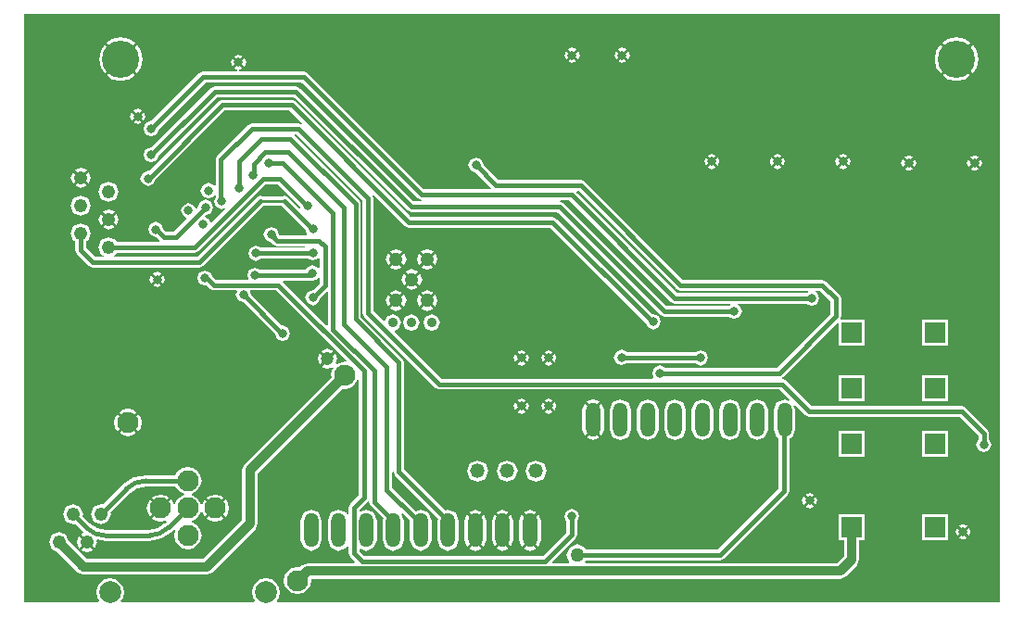
<source format=gbl>
G04*
G04 #@! TF.GenerationSoftware,Altium Limited,Altium Designer,19.0.10 (269)*
G04*
G04 Layer_Physical_Order=2*
G04 Layer_Color=16711680*
%FSLAX25Y25*%
%MOIN*%
G70*
G01*
G75*
%ADD14C,0.01000*%
%ADD15C,0.03543*%
%ADD69C,0.01595*%
%ADD71C,0.01575*%
%ADD72C,0.03228*%
%ADD73C,0.01595*%
%ADD74C,0.04800*%
%ADD75R,0.07359X0.07359*%
%ADD76R,0.07359X0.07359*%
%ADD77C,0.07874*%
%ADD78C,0.07677*%
%ADD79O,0.05197X0.12284*%
%ADD80C,0.03150*%
%ADD81C,0.04724*%
%ADD82C,0.05000*%
%ADD83C,0.05197*%
%ADD84C,0.13386*%
%ADD85C,0.07598*%
%ADD86C,0.03543*%
%ADD87C,0.03200*%
G36*
X448622Y102531D02*
X448161Y102438D01*
X188659D01*
X188392Y102938D01*
X189151Y104074D01*
X189534Y106000D01*
X189151Y107926D01*
X188059Y109559D01*
X186426Y110651D01*
X184500Y111034D01*
X182574Y110651D01*
X180941Y109559D01*
X179850Y107926D01*
X179466Y106000D01*
X179850Y104074D01*
X180608Y102938D01*
X180341Y102438D01*
X132557D01*
X132290Y102938D01*
X133049Y104074D01*
X133432Y106000D01*
X133049Y107926D01*
X131957Y109559D01*
X130324Y110651D01*
X128398Y111034D01*
X126472Y110651D01*
X124839Y109559D01*
X123748Y107926D01*
X123364Y106000D01*
X123748Y104074D01*
X124506Y102938D01*
X124239Y102438D01*
X97638D01*
Y313976D01*
X97638Y313976D01*
X448622D01*
Y102531D01*
D02*
G37*
%LPC*%
G36*
X312598Y301999D02*
X311128Y301390D01*
X312598Y299920D01*
X314069Y301390D01*
X312598Y301999D01*
D02*
G37*
G36*
X294685D02*
X293214Y301390D01*
X294685Y299920D01*
X296156Y301390D01*
X294685Y301999D01*
D02*
G37*
G36*
X432874Y305678D02*
X429872Y305081D01*
X427752Y303664D01*
X432874Y298542D01*
X437996Y303664D01*
X435876Y305081D01*
X432874Y305678D01*
D02*
G37*
G36*
X132283D02*
X129282Y305081D01*
X127161Y303664D01*
X132283Y298542D01*
X137406Y303664D01*
X135285Y305081D01*
X132283Y305678D01*
D02*
G37*
G36*
X314776Y300683D02*
X313305Y299213D01*
X314776Y297742D01*
X315385Y299213D01*
X314776Y300683D01*
D02*
G37*
G36*
X296863D02*
X295392Y299213D01*
X296863Y297742D01*
X297472Y299213D01*
X296863Y300683D01*
D02*
G37*
G36*
X310421D02*
X309811Y299213D01*
X310421Y297742D01*
X311891Y299213D01*
X310421Y300683D01*
D02*
G37*
G36*
X292507D02*
X291898Y299213D01*
X292507Y297742D01*
X293978Y299213D01*
X292507Y300683D01*
D02*
G37*
G36*
X174606Y299441D02*
X173136Y298831D01*
X174606Y297361D01*
X176077Y298831D01*
X174606Y299441D01*
D02*
G37*
G36*
X312598Y298505D02*
X311128Y297035D01*
X312598Y296426D01*
X314069Y297035D01*
X312598Y298505D01*
D02*
G37*
G36*
X294685D02*
X293214Y297035D01*
X294685Y296426D01*
X296156Y297035D01*
X294685Y298505D01*
D02*
G37*
G36*
X176784Y298124D02*
X175313Y296654D01*
X176784Y295183D01*
X177393Y296654D01*
X176784Y298124D01*
D02*
G37*
G36*
X172429D02*
X171819Y296654D01*
X172429Y295183D01*
X173899Y296654D01*
X172429Y298124D01*
D02*
G37*
G36*
X438703Y302957D02*
X433581Y297835D01*
X438703Y292712D01*
X440121Y294833D01*
X440718Y297835D01*
X440121Y300836D01*
X438703Y302957D01*
D02*
G37*
G36*
X138113D02*
X132991Y297835D01*
X138113Y292712D01*
X139530Y294833D01*
X140127Y297835D01*
X139530Y300836D01*
X138113Y302957D01*
D02*
G37*
G36*
X427044Y302957D02*
X425628Y300836D01*
X425030Y297835D01*
X425628Y294833D01*
X427044Y292712D01*
X432167Y297835D01*
X427044Y302957D01*
D02*
G37*
G36*
X126454D02*
X125037Y300836D01*
X124440Y297835D01*
X125037Y294833D01*
X126454Y292712D01*
X131576Y297835D01*
X126454Y302957D01*
D02*
G37*
G36*
X432874Y297128D02*
X427752Y292005D01*
X429872Y290588D01*
X432874Y289991D01*
X435876Y290588D01*
X437996Y292005D01*
X432874Y297128D01*
D02*
G37*
G36*
X132283D02*
X127161Y292005D01*
X129282Y290588D01*
X132283Y289991D01*
X135285Y290588D01*
X137406Y292005D01*
X132283Y297128D01*
D02*
G37*
G36*
X138386Y279952D02*
X136915Y279343D01*
X138386Y277872D01*
X139857Y279343D01*
X138386Y279952D01*
D02*
G37*
G36*
X140564Y278636D02*
X139093Y277165D01*
X140564Y275695D01*
X141173Y277165D01*
X140564Y278636D01*
D02*
G37*
G36*
X136208D02*
X135599Y277165D01*
X136208Y275695D01*
X137679Y277165D01*
X136208Y278636D01*
D02*
G37*
G36*
X138386Y276458D02*
X136915Y274988D01*
X138386Y274378D01*
X139857Y274988D01*
X138386Y276458D01*
D02*
G37*
G36*
X392126Y263811D02*
X390655Y263201D01*
X392126Y261731D01*
X393597Y263201D01*
X392126Y263811D01*
D02*
G37*
G36*
X368504D02*
X367033Y263201D01*
X368504Y261731D01*
X369975Y263201D01*
X368504Y263811D01*
D02*
G37*
G36*
X344882D02*
X343411Y263201D01*
X344882Y261731D01*
X346353Y263201D01*
X344882Y263811D01*
D02*
G37*
G36*
X439370Y263220D02*
X437899Y262611D01*
X439370Y261140D01*
X440841Y262611D01*
X439370Y263220D01*
D02*
G37*
G36*
X415748Y263220D02*
X414277Y262611D01*
X415748Y261140D01*
X417219Y262611D01*
X415748Y263220D01*
D02*
G37*
G36*
X394304Y262494D02*
X392833Y261024D01*
X394304Y259553D01*
X394913Y261024D01*
X394304Y262494D01*
D02*
G37*
G36*
X370682D02*
X369211Y261024D01*
X370682Y259553D01*
X371291Y261024D01*
X370682Y262494D01*
D02*
G37*
G36*
X347060D02*
X345589Y261024D01*
X347060Y259553D01*
X347669Y261024D01*
X347060Y262494D01*
D02*
G37*
G36*
X389948D02*
X389339Y261024D01*
X389948Y259553D01*
X391419Y261024D01*
X389948Y262494D01*
D02*
G37*
G36*
X366326D02*
X365717Y261024D01*
X366326Y259553D01*
X367797Y261024D01*
X366326Y262494D01*
D02*
G37*
G36*
X342704D02*
X342095Y261024D01*
X342704Y259553D01*
X344175Y261024D01*
X342704Y262494D01*
D02*
G37*
G36*
X441548Y261904D02*
X440077Y260433D01*
X441548Y258962D01*
X442157Y260433D01*
X441548Y261904D01*
D02*
G37*
G36*
X437192D02*
X436583Y260433D01*
X437192Y258962D01*
X438663Y260433D01*
X437192Y261904D01*
D02*
G37*
G36*
X417926Y261904D02*
X416455Y260433D01*
X417926Y258962D01*
X418535Y260433D01*
X417926Y261904D01*
D02*
G37*
G36*
X413570D02*
X412961Y260433D01*
X413570Y258962D01*
X415041Y260433D01*
X413570Y261904D01*
D02*
G37*
G36*
X392126Y260316D02*
X390655Y258846D01*
X392126Y258237D01*
X393597Y258846D01*
X392126Y260316D01*
D02*
G37*
G36*
X368504D02*
X367033Y258846D01*
X368504Y258237D01*
X369975Y258846D01*
X368504Y260316D01*
D02*
G37*
G36*
X344882D02*
X343411Y258846D01*
X344882Y258237D01*
X346353Y258846D01*
X344882Y260316D01*
D02*
G37*
G36*
X439370Y259726D02*
X437899Y258255D01*
X439370Y257646D01*
X440841Y258255D01*
X439370Y259726D01*
D02*
G37*
G36*
X415748Y259726D02*
X414277Y258255D01*
X415748Y257646D01*
X417219Y258255D01*
X415748Y259726D01*
D02*
G37*
G36*
X117953Y258838D02*
X115850Y257967D01*
X117953Y255865D01*
X120055Y257967D01*
X117953Y258838D01*
D02*
G37*
G36*
X115143Y257260D02*
X114273Y255157D01*
X115143Y253055D01*
X117246Y255157D01*
X115143Y257260D01*
D02*
G37*
G36*
X120762D02*
X118660Y255157D01*
X120762Y253055D01*
X121633Y255157D01*
X120762Y257260D01*
D02*
G37*
G36*
X117953Y254450D02*
X115850Y252348D01*
X117953Y251477D01*
X120055Y252348D01*
X117953Y254450D01*
D02*
G37*
G36*
X174606Y295946D02*
X173136Y294476D01*
X174331Y293981D01*
X174231Y293481D01*
X162008D01*
X160632Y292911D01*
X143332Y275611D01*
X143307Y275622D01*
X141336Y274805D01*
X140520Y272835D01*
X141336Y270864D01*
X143307Y270048D01*
X145278Y270864D01*
X146094Y272835D01*
X146083Y272860D01*
X162814Y289590D01*
X197226D01*
X239176Y247640D01*
X240406Y247130D01*
X240307Y246630D01*
X237617D01*
X196672Y287576D01*
X195296Y288145D01*
X166121D01*
X164746Y287576D01*
X143332Y266162D01*
X143307Y266173D01*
X141336Y265356D01*
X140520Y263386D01*
X141336Y261415D01*
X143307Y260599D01*
X145278Y261415D01*
X146094Y263386D01*
X146083Y263411D01*
X166927Y284255D01*
X194490D01*
X235436Y243309D01*
X236811Y242740D01*
X289352D01*
X326380Y205711D01*
X327756Y205141D01*
X350972D01*
X350982Y205116D01*
X352953Y204300D01*
X354923Y205116D01*
X355740Y207087D01*
X354923Y209057D01*
X354156Y209375D01*
X354253Y209866D01*
X378924D01*
X378935Y209840D01*
X380906Y209024D01*
X382876Y209840D01*
X383693Y211811D01*
X382876Y213782D01*
X382108Y214100D01*
X382206Y214590D01*
X383840D01*
X387622Y210808D01*
Y206121D01*
X368289Y186788D01*
X328162D01*
X328152Y186813D01*
X326181Y187629D01*
X324210Y186813D01*
X323394Y184843D01*
X324012Y183351D01*
X323678Y182851D01*
X247656D01*
X230745Y199762D01*
X230842Y200253D01*
X232239Y200831D01*
X233118Y202953D01*
X232239Y205074D01*
X230118Y205953D01*
X227997Y205074D01*
X227418Y203677D01*
X226928Y203579D01*
X223205Y207302D01*
Y247835D01*
X222850Y248692D01*
X223274Y248975D01*
X234451Y237798D01*
X235827Y237228D01*
X286793D01*
X321285Y202735D01*
X321848Y201376D01*
X323819Y200559D01*
X325790Y201376D01*
X326606Y203346D01*
X325790Y205317D01*
X323819Y206133D01*
X323515Y206008D01*
X288974Y240549D01*
X287598Y241119D01*
X236632D01*
X195076Y282675D01*
X193701Y283244D01*
X168898D01*
X167522Y282675D01*
X142430Y257582D01*
X142126Y257708D01*
X140155Y256892D01*
X139339Y254921D01*
X140155Y252951D01*
X142126Y252134D01*
X144097Y252951D01*
X144660Y254310D01*
X169703Y279354D01*
X192895D01*
X197400Y274849D01*
X197117Y274425D01*
X196260Y274780D01*
X179528D01*
X178152Y274210D01*
X166931Y262990D01*
X166362Y261614D01*
Y252283D01*
X165871Y252185D01*
X165750Y252478D01*
X163779Y253294D01*
X161809Y252478D01*
X160993Y250507D01*
X161809Y248536D01*
X163779Y247720D01*
X165750Y248536D01*
X165871Y248829D01*
X166362Y248731D01*
Y248210D01*
X165717Y246654D01*
X166533Y244683D01*
X168504Y243867D01*
X169604Y244322D01*
X169888Y243899D01*
X164964Y238975D01*
X164474Y239073D01*
X163920Y240409D01*
X162750Y240894D01*
X162607Y241422D01*
X162795Y241701D01*
X164766Y242517D01*
X165582Y244488D01*
X164766Y246459D01*
X162795Y247275D01*
X160825Y246459D01*
X160008Y244488D01*
X160023Y244452D01*
X159611Y244040D01*
X159120Y244137D01*
X158664Y245239D01*
X156693Y246056D01*
X154722Y245239D01*
X153906Y243269D01*
X154722Y241298D01*
X155825Y240842D01*
X155922Y240351D01*
X151364Y235793D01*
X148636D01*
X147533Y236896D01*
X146853Y238539D01*
X144882Y239355D01*
X142911Y238539D01*
X142095Y236568D01*
X142911Y234597D01*
X144882Y233781D01*
X145090Y233867D01*
X146354Y232603D01*
X146195Y232103D01*
X130827D01*
X130555Y232760D01*
X127953Y233838D01*
X125350Y232760D01*
X124273Y230157D01*
X125350Y227555D01*
X126065Y227259D01*
X125967Y226769D01*
X123029D01*
X119898Y229900D01*
Y232283D01*
X120555Y232555D01*
X121633Y235157D01*
X120555Y237760D01*
X117953Y238838D01*
X115350Y237760D01*
X114273Y235157D01*
X115350Y232555D01*
X116007Y232283D01*
Y229095D01*
X116577Y227719D01*
X120848Y223448D01*
X122224Y222878D01*
X160650D01*
X162026Y223448D01*
X183608Y245030D01*
X190014D01*
X198705Y236339D01*
X199289Y234928D01*
X198969Y234428D01*
X189655D01*
X189204Y234646D01*
X188388Y236616D01*
X186417Y237433D01*
X184447Y236616D01*
X183630Y234646D01*
X184447Y232675D01*
X186417Y231859D01*
X186443Y231869D01*
X187205Y231107D01*
X188580Y230537D01*
X198612D01*
X198878Y230037D01*
X198850Y229996D01*
X182700D01*
X180905Y230740D01*
X178935Y229923D01*
X178119Y227953D01*
X178935Y225982D01*
X180905Y225166D01*
X182876Y225982D01*
X182927Y226106D01*
X199584D01*
X201378Y225363D01*
X203263Y226144D01*
X203763Y225940D01*
Y222653D01*
X203273Y222556D01*
X203156Y222837D01*
X201186Y223653D01*
X199215Y222837D01*
X198879Y222024D01*
X182493D01*
X182483Y222049D01*
X180512Y222866D01*
X178541Y222049D01*
X177725Y220079D01*
X178219Y218886D01*
X177941Y218470D01*
X166517D01*
X165060Y219927D01*
X164589Y221065D01*
X162618Y221881D01*
X160647Y221065D01*
X159831Y219094D01*
X160647Y217124D01*
X162618Y216307D01*
X163035Y216480D01*
X164348Y215167D01*
X165716Y214601D01*
X173756D01*
X174034Y214185D01*
X173591Y213117D01*
X174407Y211146D01*
X176378Y210330D01*
X176403Y210340D01*
X187929Y198814D01*
X188581Y197242D01*
X190551Y196426D01*
X192522Y197242D01*
X193338Y199213D01*
X192522Y201183D01*
X190551Y201999D01*
X190335Y201910D01*
X179154Y213091D01*
X179165Y213117D01*
X178722Y214185D01*
X179000Y214601D01*
X188175D01*
X213475Y189301D01*
X213239Y188860D01*
X212795Y188948D01*
X210923Y188576D01*
X210061Y188000D01*
X209658Y188332D01*
X210332Y189961D01*
X209473Y192034D01*
X207047Y189607D01*
X204620Y187180D01*
X206693Y186321D01*
X208448Y187048D01*
X208765Y186662D01*
X208275Y185928D01*
X207902Y184055D01*
X208050Y183311D01*
X176739Y152001D01*
X175911Y150000D01*
Y131881D01*
X162017Y117987D01*
X120109D01*
X113531Y124565D01*
X112681Y126618D01*
X110079Y127696D01*
X107476Y126618D01*
X106399Y124016D01*
X107476Y121414D01*
X109530Y120563D01*
X116936Y113157D01*
X118937Y112328D01*
X163189D01*
X165190Y113157D01*
X180741Y128708D01*
X181570Y130709D01*
Y148828D01*
X212052Y179310D01*
X212795Y179162D01*
X214668Y179534D01*
X216255Y180595D01*
X217316Y182183D01*
X217447Y182842D01*
X217947Y182793D01*
Y140959D01*
X214794Y137806D01*
X214228Y136438D01*
Y133889D01*
X213737Y133791D01*
X213384Y134644D01*
X210630Y135785D01*
X207876Y134644D01*
X206735Y131890D01*
Y124803D01*
X207876Y122049D01*
X210630Y120908D01*
X213384Y122049D01*
X213737Y122902D01*
X214228Y122804D01*
Y120058D01*
X214794Y118690D01*
X216470Y117015D01*
X216278Y116553D01*
X199369D01*
X197379Y115728D01*
X196628Y114978D01*
X195866Y115129D01*
X193994Y114757D01*
X192406Y113696D01*
X191345Y112109D01*
X190973Y110236D01*
X191345Y108364D01*
X192406Y106776D01*
X193994Y105716D01*
X195866Y105343D01*
X197739Y105716D01*
X199326Y106776D01*
X200387Y108364D01*
X200759Y110236D01*
X200699Y110538D01*
X201017Y110924D01*
X391101D01*
X393091Y111749D01*
X397187Y115845D01*
X398011Y117835D01*
Y124651D01*
X399876D01*
Y134010D01*
X390517D01*
Y124651D01*
X392383D01*
Y119000D01*
X389935Y116553D01*
X299532D01*
X299236Y117053D01*
X299439Y117543D01*
X347835D01*
X347835Y117543D01*
X349210Y118113D01*
X372242Y141144D01*
X372812Y142520D01*
X372812Y142520D01*
Y161396D01*
X373817Y161813D01*
X374958Y164567D01*
Y171653D01*
X374311Y173215D01*
X374735Y173498D01*
X378546Y169687D01*
X379921Y169118D01*
X434037D01*
X440771Y162383D01*
Y161036D01*
X440746Y161026D01*
X439930Y159055D01*
X440746Y157085D01*
X442717Y156268D01*
X444687Y157085D01*
X445504Y159055D01*
X444687Y161026D01*
X444662Y161036D01*
Y163189D01*
X444092Y164565D01*
X436218Y172439D01*
X434842Y173008D01*
X380727D01*
X371454Y182281D01*
X370184Y182807D01*
X370118Y183192D01*
X370134Y183328D01*
X370470Y183467D01*
X390056Y203052D01*
X390517Y202861D01*
Y194651D01*
X399876D01*
Y204010D01*
X391422D01*
X391144Y204426D01*
X391512Y205315D01*
Y211614D01*
X390943Y212990D01*
X386021Y217911D01*
X384646Y218481D01*
X334467D01*
X299210Y253738D01*
X297835Y254308D01*
X268129D01*
X262816Y259620D01*
X262826Y259646D01*
X262010Y261616D01*
X260039Y262433D01*
X258069Y261616D01*
X257252Y259646D01*
X258069Y257675D01*
X260039Y256859D01*
X260065Y256869D01*
X265473Y251461D01*
X265266Y250961D01*
X241357D01*
X199407Y292911D01*
X198031Y293481D01*
X174981D01*
X174882Y293981D01*
X176077Y294476D01*
X174606Y295946D01*
D02*
G37*
G36*
X127953Y253838D02*
X125350Y252760D01*
X124273Y250157D01*
X125350Y247555D01*
X127953Y246477D01*
X130555Y247555D01*
X131633Y250157D01*
X130555Y252760D01*
X127953Y253838D01*
D02*
G37*
G36*
X117953Y248838D02*
X115350Y247760D01*
X114273Y245158D01*
X115350Y242555D01*
X117953Y241477D01*
X120555Y242555D01*
X121633Y245158D01*
X120555Y247760D01*
X117953Y248838D01*
D02*
G37*
G36*
X127953Y243838D02*
X125850Y242967D01*
X127953Y240865D01*
X130055Y242967D01*
X127953Y243838D01*
D02*
G37*
G36*
X125143Y242260D02*
X124273Y240158D01*
X125143Y238055D01*
X127246Y240158D01*
X125143Y242260D01*
D02*
G37*
G36*
X130762D02*
X128660Y240158D01*
X130762Y238055D01*
X131633Y240158D01*
X130762Y242260D01*
D02*
G37*
G36*
X127953Y239450D02*
X125850Y237348D01*
X127953Y236477D01*
X130055Y237348D01*
X127953Y239450D01*
D02*
G37*
G36*
X231299Y229576D02*
X229120Y228673D01*
X231299Y226495D01*
X233478Y228673D01*
X231299Y229576D01*
D02*
G37*
G36*
X242520D02*
X240341Y228673D01*
X242520Y226495D01*
X244699Y228673D01*
X242520Y229576D01*
D02*
G37*
G36*
X245406Y227966D02*
X243227Y225787D01*
X245406Y223609D01*
X246308Y225787D01*
X245406Y227966D01*
D02*
G37*
G36*
X234185D02*
X232006Y225787D01*
X234185Y223609D01*
X235088Y225787D01*
X234185Y227966D01*
D02*
G37*
G36*
X239634D02*
X238731Y225787D01*
X239634Y223609D01*
X241813Y225787D01*
X239634Y227966D01*
D02*
G37*
G36*
X228413D02*
X227511Y225787D01*
X228413Y223609D01*
X230592Y225787D01*
X228413Y227966D01*
D02*
G37*
G36*
X242520Y225080D02*
X240341Y222902D01*
X242520Y221999D01*
X244699Y222902D01*
X242520Y225080D01*
D02*
G37*
G36*
X231299D02*
X229120Y222902D01*
X231299Y221999D01*
X233478Y222902D01*
X231299Y225080D01*
D02*
G37*
G36*
X145472Y221291D02*
X144002Y220682D01*
X145472Y219211D01*
X146943Y220682D01*
X145472Y221291D01*
D02*
G37*
G36*
X237008Y222292D02*
X234829Y221390D01*
X237008Y219211D01*
X239187Y221390D01*
X237008Y222292D01*
D02*
G37*
G36*
X147650Y219975D02*
X146179Y218504D01*
X147650Y217033D01*
X148259Y218504D01*
X147650Y219975D01*
D02*
G37*
G36*
X143295D02*
X142685Y218504D01*
X143295Y217033D01*
X144765Y218504D01*
X143295Y219975D01*
D02*
G37*
G36*
X239894Y220683D02*
X237715Y218504D01*
X239894Y216325D01*
X240796Y218504D01*
X239894Y220683D01*
D02*
G37*
G36*
X234122D02*
X233220Y218504D01*
X234122Y216325D01*
X236301Y218504D01*
X234122Y220683D01*
D02*
G37*
G36*
X145472Y217797D02*
X144002Y216326D01*
X145472Y215717D01*
X146943Y216326D01*
X145472Y217797D01*
D02*
G37*
G36*
X237008D02*
X234829Y215618D01*
X237008Y214716D01*
X239187Y215618D01*
X237008Y217797D01*
D02*
G37*
G36*
X242520Y214812D02*
X240341Y213910D01*
X242520Y211731D01*
X244699Y213910D01*
X242520Y214812D01*
D02*
G37*
G36*
X231299D02*
X229120Y213910D01*
X231299Y211731D01*
X233478Y213910D01*
X231299Y214812D01*
D02*
G37*
G36*
X245406Y213202D02*
X243227Y211024D01*
X245406Y208845D01*
X246308Y211024D01*
X245406Y213202D01*
D02*
G37*
G36*
X234185D02*
X232006Y211024D01*
X234185Y208845D01*
X235088Y211024D01*
X234185Y213202D01*
D02*
G37*
G36*
X239634D02*
X238731Y211024D01*
X239634Y208845D01*
X241813Y211024D01*
X239634Y213202D01*
D02*
G37*
G36*
X228413D02*
X227511Y211024D01*
X228413Y208845D01*
X230592Y211024D01*
X228413Y213202D01*
D02*
G37*
G36*
X242520Y210316D02*
X240341Y208138D01*
X242520Y207235D01*
X244699Y208138D01*
X242520Y210316D01*
D02*
G37*
G36*
X231299D02*
X229120Y208138D01*
X231299Y207235D01*
X233478Y208138D01*
X231299Y210316D01*
D02*
G37*
G36*
X244094Y205953D02*
X241973Y205074D01*
X241094Y202953D01*
X241973Y200831D01*
X244094Y199953D01*
X246216Y200831D01*
X247094Y202953D01*
X246216Y205074D01*
X244094Y205953D01*
D02*
G37*
G36*
X236771D02*
X234650Y205074D01*
X233771Y202953D01*
X234650Y200831D01*
X236771Y199953D01*
X238893Y200831D01*
X239772Y202953D01*
X238893Y205074D01*
X236771Y205953D01*
D02*
G37*
G36*
X429876Y204010D02*
X420517D01*
Y194651D01*
X429876D01*
Y204010D01*
D02*
G37*
G36*
X286221Y193141D02*
X284750Y192532D01*
X286221Y191061D01*
X287691Y192532D01*
X286221Y193141D01*
D02*
G37*
G36*
X276378D02*
X274907Y192532D01*
X276378Y191061D01*
X277849Y192532D01*
X276378Y193141D01*
D02*
G37*
G36*
X206693Y193600D02*
X204620Y192741D01*
X206693Y190668D01*
X208766Y192741D01*
X206693Y193600D01*
D02*
G37*
G36*
X288398Y191825D02*
X286928Y190354D01*
X288398Y188884D01*
X289007Y190354D01*
X288398Y191825D01*
D02*
G37*
G36*
X278556D02*
X277085Y190354D01*
X278556Y188884D01*
X279165Y190354D01*
X278556Y191825D01*
D02*
G37*
G36*
X284043D02*
X283434Y190354D01*
X284043Y188884D01*
X285513Y190354D01*
X284043Y191825D01*
D02*
G37*
G36*
X274200D02*
X273591Y190354D01*
X274200Y188884D01*
X275671Y190354D01*
X274200Y191825D01*
D02*
G37*
G36*
X203912Y192034D02*
X203054Y189961D01*
X203912Y187887D01*
X205986Y189961D01*
X203912Y192034D01*
D02*
G37*
G36*
X312402Y193338D02*
X310431Y192522D01*
X309615Y190551D01*
X310431Y188581D01*
X312402Y187764D01*
X314196Y188507D01*
X338726D01*
X338777Y188384D01*
X340748Y187567D01*
X342719Y188384D01*
X343535Y190354D01*
X342719Y192325D01*
X340748Y193141D01*
X338954Y192398D01*
X314423D01*
X314372Y192522D01*
X312402Y193338D01*
D02*
G37*
G36*
X286221Y189647D02*
X284750Y188177D01*
X286221Y187567D01*
X287691Y188177D01*
X286221Y189647D01*
D02*
G37*
G36*
X276378D02*
X274907Y188177D01*
X276378Y187567D01*
X277849Y188177D01*
X276378Y189647D01*
D02*
G37*
G36*
X429876Y184010D02*
X420517D01*
Y174651D01*
X429876D01*
Y184010D01*
D02*
G37*
G36*
X399876D02*
X390517D01*
Y174651D01*
X399876D01*
Y184010D01*
D02*
G37*
G36*
X134843Y172019D02*
X132970Y171647D01*
X131806Y170869D01*
X134843Y167833D01*
X137879Y170869D01*
X136715Y171647D01*
X134843Y172019D01*
D02*
G37*
G36*
X138586Y170162D02*
X135550Y167126D01*
X138586Y164090D01*
X139363Y165253D01*
X139736Y167126D01*
X139363Y168999D01*
X138586Y170162D01*
D02*
G37*
G36*
X131099Y170162D02*
X130322Y168999D01*
X129949Y167126D01*
X130322Y165253D01*
X131099Y164090D01*
X134135Y167126D01*
X131099Y170162D01*
D02*
G37*
G36*
X134843Y166419D02*
X131806Y163383D01*
X132970Y162605D01*
X134843Y162233D01*
X136715Y162605D01*
X137879Y163383D01*
X134843Y166419D01*
D02*
G37*
G36*
X429876Y164010D02*
X420517D01*
Y154651D01*
X429876D01*
Y164010D01*
D02*
G37*
G36*
X399876D02*
X390517D01*
Y154651D01*
X399876D01*
Y164010D01*
D02*
G37*
G36*
X156449Y151091D02*
X154561Y150716D01*
X152961Y149646D01*
X151930Y148103D01*
X141363D01*
Y148186D01*
X136760Y147271D01*
X132858Y144663D01*
X132916Y144605D01*
X125736Y137424D01*
X125079Y137696D01*
X122476Y136618D01*
X121399Y134016D01*
X122476Y131413D01*
X125079Y130336D01*
X127681Y131413D01*
X128759Y134016D01*
X128487Y134673D01*
X135668Y141853D01*
X135733Y141788D01*
X138316Y143514D01*
X141363Y144120D01*
Y144213D01*
X151930D01*
X152961Y142670D01*
X154561Y141600D01*
X155133Y141487D01*
Y140987D01*
X154561Y140873D01*
X152961Y139803D01*
X151891Y138203D01*
X151778Y137631D01*
X151277D01*
X151164Y138203D01*
X150378Y139380D01*
X146959Y135961D01*
X143542Y132543D01*
X144718Y131757D01*
X146606Y131382D01*
X148418Y131742D01*
X148594Y131562D01*
X148713Y131330D01*
X148065Y130682D01*
X148000Y130748D01*
X145417Y129022D01*
X142370Y128416D01*
Y128323D01*
X126859D01*
Y128416D01*
X123812Y129022D01*
X121229Y130748D01*
X121163Y130682D01*
X118487Y133359D01*
X118759Y134016D01*
X117681Y136618D01*
X115079Y137696D01*
X112477Y136618D01*
X111399Y134016D01*
X112477Y131413D01*
X115079Y130336D01*
X115736Y130608D01*
X118412Y127931D01*
X118353Y127873D01*
X118736Y127617D01*
X118687Y127119D01*
X117976Y126825D01*
X120432Y124369D01*
X122888Y121914D01*
X123759Y124016D01*
X123533Y124562D01*
X123850Y124948D01*
X126859Y124350D01*
Y124433D01*
X142370D01*
Y124350D01*
X146973Y125265D01*
X150875Y127873D01*
X150816Y127931D01*
X151464Y128579D01*
X151696Y128460D01*
X151876Y128284D01*
X151516Y126472D01*
X151891Y124584D01*
X152961Y122984D01*
X154561Y121914D01*
X156449Y121539D01*
X158337Y121914D01*
X159937Y122984D01*
X161007Y124584D01*
X161382Y126472D01*
X161007Y128360D01*
X159937Y129960D01*
X158337Y131030D01*
X157765Y131143D01*
Y131643D01*
X158337Y131757D01*
X159937Y132827D01*
X161007Y134427D01*
X161120Y134999D01*
X161620D01*
X161734Y134427D01*
X162520Y133250D01*
X165585Y136315D01*
X162520Y139380D01*
X161734Y138203D01*
X161620Y137631D01*
X161120D01*
X161007Y138203D01*
X159937Y139803D01*
X158337Y140873D01*
X157765Y140987D01*
Y141487D01*
X158337Y141600D01*
X159937Y142670D01*
X161007Y144270D01*
X161382Y146158D01*
X161007Y148046D01*
X159937Y149646D01*
X158337Y150716D01*
X156449Y151091D01*
D02*
G37*
G36*
X380118Y141763D02*
X378647Y141154D01*
X380118Y139683D01*
X381589Y141154D01*
X380118Y141763D01*
D02*
G37*
G36*
X382296Y140447D02*
X380825Y138976D01*
X382296Y137506D01*
X382905Y138976D01*
X382296Y140447D01*
D02*
G37*
G36*
X377940D02*
X377331Y138976D01*
X377940Y137506D01*
X379411Y138976D01*
X377940Y140447D01*
D02*
G37*
G36*
X166292Y141248D02*
X164404Y140873D01*
X163227Y140087D01*
X166292Y137022D01*
X169357Y140087D01*
X168180Y140873D01*
X166292Y141248D01*
D02*
G37*
G36*
X146606D02*
X144718Y140873D01*
X143542Y140087D01*
X146606Y137022D01*
X149671Y140087D01*
X148494Y140873D01*
X146606Y141248D01*
D02*
G37*
G36*
X380118Y138269D02*
X378647Y136799D01*
X380118Y136189D01*
X381589Y136799D01*
X380118Y138269D01*
D02*
G37*
G36*
X170064Y139380D02*
X166999Y136315D01*
X170064Y133250D01*
X170850Y134427D01*
X171225Y136315D01*
X170850Y138203D01*
X170064Y139380D01*
D02*
G37*
G36*
X142834D02*
X142048Y138203D01*
X141673Y136315D01*
X142048Y134427D01*
X142834Y133250D01*
X145899Y136315D01*
X142834Y139380D01*
D02*
G37*
G36*
X166292Y135608D02*
X163227Y132543D01*
X164404Y131757D01*
X166292Y131382D01*
X168180Y131757D01*
X169357Y132543D01*
X166292Y135608D01*
D02*
G37*
G36*
X435236Y130543D02*
X433766Y129934D01*
X435236Y128463D01*
X436707Y129934D01*
X435236Y130543D01*
D02*
G37*
G36*
X437414Y129227D02*
X435943Y127756D01*
X437414Y126285D01*
X438023Y127756D01*
X437414Y129227D01*
D02*
G37*
G36*
X433059D02*
X432449Y127756D01*
X433059Y126285D01*
X434529Y127756D01*
X433059Y129227D01*
D02*
G37*
G36*
X435236Y127049D02*
X433766Y125578D01*
X435236Y124969D01*
X436707Y125578D01*
X435236Y127049D01*
D02*
G37*
G36*
X429876Y134010D02*
X420517D01*
Y124651D01*
X429876D01*
Y134010D01*
D02*
G37*
G36*
X117269Y126118D02*
X116399Y124016D01*
X117269Y121914D01*
X119372Y124016D01*
X117269Y126118D01*
D02*
G37*
G36*
X200787Y135785D02*
X198033Y134644D01*
X196892Y131890D01*
Y124803D01*
X198033Y122049D01*
X200787Y120908D01*
X203541Y122049D01*
X204682Y124803D01*
Y131890D01*
X203541Y134644D01*
X200787Y135785D01*
D02*
G37*
G36*
X120079Y123309D02*
X117976Y121206D01*
X120079Y120336D01*
X122181Y121206D01*
X120079Y123309D01*
D02*
G37*
%LPD*%
G36*
X196792Y244748D02*
X196995Y244259D01*
X196571Y243975D01*
X192517Y248029D01*
X191142Y248599D01*
X190365Y248277D01*
X183257D01*
X182480Y248599D01*
X181105Y248029D01*
X159845Y226769D01*
X129938D01*
X129841Y227259D01*
X130555Y227555D01*
X130827Y228212D01*
X158898D01*
X160273Y228782D01*
X184270Y252779D01*
X188761D01*
X196792Y244748D01*
D02*
G37*
G36*
X203763Y219079D02*
Y217144D01*
X201403Y214784D01*
X201378Y214795D01*
X199407Y213979D01*
X198591Y212008D01*
X199407Y210037D01*
X201378Y209221D01*
X203349Y210037D01*
X204165Y212008D01*
X204154Y212033D01*
X206254Y214133D01*
X206716Y213942D01*
Y202185D01*
X206254Y201994D01*
X190614Y217633D01*
X190822Y218133D01*
X200398D01*
X200727Y218269D01*
X201186Y218079D01*
X203156Y218896D01*
X203273Y219177D01*
X203763Y219079D01*
D02*
G37*
G36*
X332286Y215160D02*
X333661Y214590D01*
X379605D01*
X379703Y214100D01*
X378935Y213782D01*
X378924Y213756D01*
X332499D01*
X296338Y249917D01*
X296545Y250417D01*
X297029D01*
X332286Y215160D01*
D02*
G37*
G36*
X330317Y210436D02*
X331693Y209866D01*
X351652D01*
X351750Y209375D01*
X350982Y209057D01*
X350972Y209032D01*
X328562D01*
X291533Y246061D01*
X290302Y246570D01*
X290402Y247070D01*
X293682D01*
X330317Y210436D01*
D02*
G37*
G36*
X219315Y247029D02*
Y206496D01*
X219884Y205120D01*
X245475Y179530D01*
X246850Y178960D01*
X369273D01*
X372907Y175326D01*
X372624Y174902D01*
X371063Y175549D01*
X368309Y174408D01*
X367168Y171653D01*
Y164567D01*
X368309Y161813D01*
X368921Y161559D01*
Y143325D01*
X347029Y121433D01*
X299439D01*
X299135Y122167D01*
X296457Y123277D01*
X293778Y122167D01*
X292668Y119488D01*
X293677Y117053D01*
X293381Y116553D01*
X287659D01*
X287467Y117015D01*
X295856Y125404D01*
X296423Y126772D01*
Y131282D01*
X296459Y131297D01*
X297275Y133268D01*
X296459Y135238D01*
X294488Y136055D01*
X292517Y135238D01*
X291701Y133268D01*
X292517Y131297D01*
X292553Y131282D01*
Y127573D01*
X284041Y119061D01*
X219896D01*
X218097Y120860D01*
Y121442D01*
X218513Y121720D01*
X220472Y120908D01*
X223226Y122049D01*
X224367Y124803D01*
Y131890D01*
X223226Y134644D01*
X220472Y135785D01*
X218637Y135025D01*
X218194Y135308D01*
X218168Y135707D01*
X221177Y138716D01*
X221541Y138641D01*
X221683Y138569D01*
X222247Y137207D01*
X226755Y132699D01*
X226420Y131890D01*
Y124803D01*
X227561Y122049D01*
X230315Y120908D01*
X233069Y122049D01*
X234210Y124803D01*
Y131890D01*
X233289Y134114D01*
X233713Y134397D01*
X236263Y131847D01*
Y124803D01*
X237403Y122049D01*
X240158Y120908D01*
X242912Y122049D01*
X244052Y124803D01*
Y131890D01*
X242912Y134644D01*
X240158Y135785D01*
X238509Y135102D01*
X229898Y143714D01*
Y149165D01*
X230398Y149265D01*
X230908Y148034D01*
X246382Y132559D01*
X246105Y131890D01*
Y124803D01*
X247246Y122049D01*
X250000Y120908D01*
X252754Y122049D01*
X253895Y124803D01*
Y131890D01*
X252754Y134644D01*
X250000Y135785D01*
X249052Y135392D01*
X234229Y150215D01*
Y188779D01*
X233659Y190155D01*
X218678Y205136D01*
Y245669D01*
X218108Y247045D01*
X194763Y270389D01*
X194878Y270889D01*
X195454D01*
X219315Y247029D01*
D02*
G37*
%LPC*%
G36*
X286221Y175818D02*
X284750Y175209D01*
X286221Y173739D01*
X287691Y175209D01*
X286221Y175818D01*
D02*
G37*
G36*
X276378D02*
X274907Y175209D01*
X276378Y173739D01*
X277849Y175209D01*
X276378Y175818D01*
D02*
G37*
G36*
X302165Y175549D02*
X299911Y174615D01*
X302165Y172361D01*
X304419Y174615D01*
X302165Y175549D01*
D02*
G37*
G36*
X288398Y174502D02*
X286928Y173031D01*
X288398Y171561D01*
X289007Y173031D01*
X288398Y174502D01*
D02*
G37*
G36*
X278556D02*
X277085Y173031D01*
X278556Y171561D01*
X279165Y173031D01*
X278556Y174502D01*
D02*
G37*
G36*
X284043D02*
X283434Y173031D01*
X284043Y171561D01*
X285513Y173031D01*
X284043Y174502D01*
D02*
G37*
G36*
X274200D02*
X273591Y173031D01*
X274200Y171561D01*
X275671Y173031D01*
X274200Y174502D01*
D02*
G37*
G36*
X286221Y172324D02*
X284750Y170854D01*
X286221Y170245D01*
X287691Y170854D01*
X286221Y172324D01*
D02*
G37*
G36*
X276378D02*
X274907Y170854D01*
X276378Y170245D01*
X277849Y170854D01*
X276378Y172324D01*
D02*
G37*
G36*
X299204Y173908D02*
X298270Y171653D01*
Y164567D01*
X299204Y162313D01*
X301812Y164920D01*
X302165Y164567D01*
X302519Y164920D01*
X305127Y162313D01*
X306060Y164567D01*
Y171653D01*
X305127Y173908D01*
X302519Y171300D01*
X302165Y171653D01*
X301812Y171300D01*
X299204Y173908D01*
D02*
G37*
G36*
X361221Y175549D02*
X358466Y174408D01*
X357326Y171653D01*
Y164567D01*
X358466Y161813D01*
X361221Y160672D01*
X363975Y161813D01*
X365115Y164567D01*
Y171653D01*
X363975Y174408D01*
X361221Y175549D01*
D02*
G37*
G36*
X351378D02*
X348624Y174408D01*
X347483Y171653D01*
Y164567D01*
X348624Y161813D01*
X351378Y160672D01*
X354132Y161813D01*
X355273Y164567D01*
Y171653D01*
X354132Y174408D01*
X351378Y175549D01*
D02*
G37*
G36*
X341535D02*
X338781Y174408D01*
X337641Y171653D01*
Y164567D01*
X338781Y161813D01*
X341535Y160672D01*
X344289Y161813D01*
X345430Y164567D01*
Y171653D01*
X344289Y174408D01*
X341535Y175549D01*
D02*
G37*
G36*
X331693D02*
X328939Y174408D01*
X327798Y171653D01*
Y164567D01*
X328939Y161813D01*
X331693Y160672D01*
X334447Y161813D01*
X335588Y164567D01*
Y171653D01*
X334447Y174408D01*
X331693Y175549D01*
D02*
G37*
G36*
X321850D02*
X319096Y174408D01*
X317955Y171653D01*
Y164567D01*
X319096Y161813D01*
X321850Y160672D01*
X324605Y161813D01*
X325745Y164567D01*
Y171653D01*
X324605Y174408D01*
X321850Y175549D01*
D02*
G37*
G36*
X312008D02*
X309254Y174408D01*
X308113Y171653D01*
Y164567D01*
X309254Y161813D01*
X312008Y160672D01*
X314762Y161813D01*
X315903Y164567D01*
Y171653D01*
X314762Y174408D01*
X312008Y175549D01*
D02*
G37*
G36*
X302165Y163860D02*
X299911Y161606D01*
X302165Y160672D01*
X304419Y161606D01*
X302165Y163860D01*
D02*
G37*
G36*
X281693Y153501D02*
X278939Y152360D01*
X277798Y149606D01*
X278939Y146852D01*
X281693Y145711D01*
X284447Y146852D01*
X285588Y149606D01*
X284447Y152360D01*
X281693Y153501D01*
D02*
G37*
G36*
X271260D02*
X268506Y152360D01*
X267365Y149606D01*
X268506Y146852D01*
X271260Y145711D01*
X274014Y146852D01*
X275155Y149606D01*
X274014Y152360D01*
X271260Y153501D01*
D02*
G37*
G36*
X260630D02*
X257876Y152360D01*
X256735Y149606D01*
X257876Y146852D01*
X260630Y145711D01*
X263384Y146852D01*
X264525Y149606D01*
X263384Y152360D01*
X260630Y153501D01*
D02*
G37*
G36*
X279528Y135785D02*
X277274Y134851D01*
X279528Y132597D01*
X281782Y134851D01*
X279528Y135785D01*
D02*
G37*
G36*
X269685D02*
X267431Y134851D01*
X269685Y132597D01*
X271939Y134851D01*
X269685Y135785D01*
D02*
G37*
G36*
X259842D02*
X257588Y134851D01*
X259842Y132597D01*
X262097Y134851D01*
X259842Y135785D01*
D02*
G37*
G36*
X276566Y134144D02*
X275633Y131890D01*
Y124803D01*
X276566Y122549D01*
X279174Y125157D01*
X279528Y124803D01*
X279881Y125157D01*
X282489Y122549D01*
X283422Y124803D01*
Y131890D01*
X282489Y134144D01*
X279881Y131536D01*
X279528Y131890D01*
X279174Y131536D01*
X276566Y134144D01*
D02*
G37*
G36*
X266724D02*
X265790Y131890D01*
Y124803D01*
X266724Y122549D01*
X269332Y125157D01*
X269685Y124803D01*
X270039Y125157D01*
X272646Y122549D01*
X273580Y124803D01*
Y131890D01*
X272646Y134144D01*
X270039Y131536D01*
X269685Y131890D01*
X269332Y131536D01*
X266724Y134144D01*
D02*
G37*
G36*
X256881D02*
X255948Y131890D01*
Y124803D01*
X256881Y122549D01*
X259489Y125157D01*
X259842Y124803D01*
X260196Y125157D01*
X262804Y122549D01*
X263737Y124803D01*
Y131890D01*
X262804Y134144D01*
X260196Y131536D01*
X259842Y131890D01*
X259489Y131536D01*
X256881Y134144D01*
D02*
G37*
G36*
X279528Y124096D02*
X277274Y121842D01*
X279528Y120908D01*
X281782Y121842D01*
X279528Y124096D01*
D02*
G37*
G36*
X269685D02*
X267431Y121842D01*
X269685Y120908D01*
X271939Y121842D01*
X269685Y124096D01*
D02*
G37*
G36*
X259842D02*
X257588Y121842D01*
X259842Y120908D01*
X262097Y121842D01*
X259842Y124096D01*
D02*
G37*
%LPD*%
D14*
X312402Y190551D02*
X312500Y190453D01*
X340650D02*
X340748Y190354D01*
X168504Y246654D02*
Y247638D01*
X168307Y247835D02*
X168504Y247638D01*
X201181Y236614D02*
X201378D01*
X182480Y246654D02*
X191142D01*
X179921Y256102D02*
Y256299D01*
X250000Y128347D02*
Y131693D01*
X238219Y132642D02*
X240158Y130703D01*
X179921Y256299D02*
X180118Y256496D01*
X230315Y128347D02*
Y131890D01*
X370866Y167913D02*
X371063Y168110D01*
D15*
X425197Y159331D02*
D03*
Y179331D02*
D03*
Y199331D02*
D03*
D69*
X141363Y146158D02*
G03*
X134292Y143229I0J-10000D01*
G01*
X119788Y129307D02*
G03*
X126859Y126378I7071J7071D01*
G01*
X142370D02*
G03*
X149441Y129307I0J10000D01*
G01*
X326181Y184843D02*
X369094D01*
X389567Y205315D01*
X312500Y190453D02*
X340650D01*
X246850Y180905D02*
X370079D01*
X221260Y206496D02*
X246850Y180905D01*
X370079D02*
X379921Y171063D01*
X389567Y205315D02*
Y211614D01*
X384646Y216535D02*
X389567Y211614D01*
X333661Y216535D02*
X384646D01*
X297835Y252362D02*
X333661Y216535D01*
X267323Y252362D02*
X297835D01*
X260039Y259646D02*
X267323Y252362D01*
X127953Y230157D02*
X158898D01*
X183465Y254724D01*
X162008Y291535D02*
X198031D01*
X143307Y272835D02*
X162008Y291535D01*
X198031D02*
X240551Y249016D01*
X227953Y142908D02*
X238219Y132642D01*
X227953Y142908D02*
Y187205D01*
X180512Y220079D02*
X200398D01*
X201186Y220866D01*
X149441Y129307D02*
X156449Y136315D01*
X141363Y146158D02*
X156449D01*
X125079Y134016D02*
X134292Y143229D01*
X115079Y134016D02*
X119788Y129307D01*
X126859Y126378D02*
X142370D01*
X176378Y213117D02*
X190282Y199213D01*
X190551D01*
X331693Y211811D02*
X380906D01*
X240551Y249016D02*
X294488D01*
X331693Y211811D01*
X201279Y228051D02*
X201378Y228150D01*
X181004Y228051D02*
X201279D01*
X180905Y227953D02*
X181004Y228051D01*
X186417Y234646D02*
X188580Y232483D01*
X203546D01*
X205709Y230320D01*
Y216339D02*
Y230320D01*
X201378Y212008D02*
X205709Y216339D01*
X190551Y260433D02*
X208661Y242323D01*
X185388Y260433D02*
X190551D01*
X208661Y200591D02*
Y242323D01*
X143307Y263386D02*
X166121Y286200D01*
X195296D01*
X236811Y244685D01*
X290158D01*
X327756Y207087D01*
X352953D01*
X287598Y239173D02*
X323425Y203346D01*
X323819D01*
X221260Y206496D02*
Y247835D01*
X196260Y272835D02*
X221260Y247835D01*
X179528Y272835D02*
X196260D01*
X142520Y254921D02*
X168898Y281299D01*
X193701D01*
X235827Y239173D01*
X287598D01*
X191142Y246654D02*
X201181Y236614D01*
X160650Y224824D02*
X182480Y246654D01*
X122224Y224824D02*
X160650D01*
X117953Y229095D02*
X122224Y224824D01*
X117953Y229095D02*
Y235157D01*
X189567Y254724D02*
X199134Y245158D01*
X183465Y254724D02*
X189567D01*
X434842Y171063D02*
X442717Y163189D01*
X379921Y171063D02*
X434842D01*
X442717Y159055D02*
Y163189D01*
X168307Y247835D02*
Y261614D01*
X179528Y272835D01*
X175000Y251575D02*
Y261221D01*
X182874Y269094D01*
X193307D01*
X216732Y245669D01*
Y204331D02*
Y245669D01*
Y204331D02*
X232283Y188779D01*
Y149409D02*
Y188779D01*
Y149409D02*
X250000Y131693D01*
X240158Y128347D02*
Y130703D01*
X208661Y200591D02*
X223622Y185630D01*
Y138583D02*
Y185630D01*
X180118Y256496D02*
Y260166D01*
X184322Y264370D01*
X192520D01*
X212598Y244291D01*
Y202559D02*
Y244291D01*
Y202559D02*
X227953Y187205D01*
X223622Y138583D02*
X230315Y131890D01*
D71*
X284842Y117126D02*
X294488Y126772D01*
Y133268D01*
X219882Y140157D02*
Y185630D01*
X188976Y216535D02*
X219882Y185630D01*
X165716Y216535D02*
X188976D01*
X219094Y117126D02*
X284842D01*
X216162Y120058D02*
X219094Y117126D01*
X216162Y120058D02*
Y136438D01*
X219882Y140157D01*
X163157Y219094D02*
X165716Y216535D01*
X162618Y219094D02*
X163157D01*
X145125Y236568D02*
X147835Y233858D01*
X144882Y236568D02*
X145125D01*
X147835Y233858D02*
X152165D01*
X162795Y244488D01*
D72*
X178740Y130709D02*
Y150000D01*
X163189Y115157D02*
X178740Y130709D01*
X118937Y115157D02*
X163189D01*
X110079Y124016D02*
X118937Y115157D01*
X178740Y150000D02*
X212795Y184055D01*
D73*
X370866Y142520D02*
Y167913D01*
X347835Y119488D02*
X370866Y142520D01*
X296457Y119488D02*
X347835D01*
D74*
X110079Y124016D02*
D03*
X115079Y134016D02*
D03*
X120079Y124016D02*
D03*
X125079Y134016D02*
D03*
X117953Y255157D02*
D03*
X127953Y250157D02*
D03*
X117953Y245158D02*
D03*
X127953Y240158D02*
D03*
X117953Y235157D02*
D03*
X127953Y230157D02*
D03*
D75*
X425197Y199331D02*
D03*
Y179331D02*
D03*
Y159331D02*
D03*
Y129331D02*
D03*
X395197Y199331D02*
D03*
Y179331D02*
D03*
Y159331D02*
D03*
D76*
Y129331D02*
D03*
D77*
X128398Y106000D02*
D03*
X184500D02*
D03*
D78*
X146606Y136315D02*
D03*
X156449Y126472D02*
D03*
X166292Y136315D02*
D03*
X156449Y146158D02*
D03*
Y136315D02*
D03*
D79*
X371063Y168110D02*
D03*
X361221D02*
D03*
X351378D02*
D03*
X321850D02*
D03*
X331693D02*
D03*
X341535D02*
D03*
X312008D02*
D03*
X302165D02*
D03*
X200787Y128347D02*
D03*
X210630D02*
D03*
X220472D02*
D03*
X250000D02*
D03*
X240158D02*
D03*
X230315D02*
D03*
X259842D02*
D03*
X269685D02*
D03*
X279528D02*
D03*
D80*
X326181Y184843D02*
D03*
X260039Y259646D02*
D03*
X392126Y261024D02*
D03*
X415748Y260433D02*
D03*
X435236Y127756D02*
D03*
X276378Y173031D02*
D03*
X286221D02*
D03*
Y190354D02*
D03*
X276378D02*
D03*
X294488Y133268D02*
D03*
X162618Y219094D02*
D03*
X144882Y236568D02*
D03*
X162795Y244488D02*
D03*
X174606Y296654D02*
D03*
X142126Y254921D02*
D03*
X190551Y199213D02*
D03*
X340748Y190354D02*
D03*
X312402Y190551D02*
D03*
X176378Y213117D02*
D03*
X180512Y220079D02*
D03*
X180905Y227953D02*
D03*
X138386Y277165D02*
D03*
X145472Y218504D02*
D03*
X380118Y138976D02*
D03*
X439370Y260433D02*
D03*
X368504Y261024D02*
D03*
X344882D02*
D03*
X312598Y299213D02*
D03*
X294685D02*
D03*
X186417Y234646D02*
D03*
X168504Y246654D02*
D03*
X163779Y250507D02*
D03*
X156693Y243269D02*
D03*
X161950Y238439D02*
D03*
X201378Y212008D02*
D03*
X143307Y272835D02*
D03*
X380906Y211811D02*
D03*
X143307Y263386D02*
D03*
X352953Y207087D02*
D03*
X323819Y203346D02*
D03*
X201186Y220866D02*
D03*
X201378Y228150D02*
D03*
Y236614D02*
D03*
X199409Y245158D02*
D03*
X179921Y256102D02*
D03*
X442717Y159055D02*
D03*
X175000Y251575D02*
D03*
X185388Y260433D02*
D03*
D81*
X206693Y189961D02*
D03*
D82*
X231299Y211024D02*
D03*
X237008Y218504D02*
D03*
X242520Y211024D02*
D03*
Y225787D02*
D03*
X231299D02*
D03*
X296457Y119488D02*
D03*
D83*
X281693Y149606D02*
D03*
X271260D02*
D03*
X260630D02*
D03*
D84*
X432874Y297835D02*
D03*
X132283D02*
D03*
D85*
X134843Y167126D02*
D03*
X212795Y184055D02*
D03*
X195866Y110236D02*
D03*
D86*
X244094Y202953D02*
D03*
X236771D02*
D03*
X230118D02*
D03*
D87*
X199369Y113739D02*
X391101D01*
X195866Y110236D02*
X199369Y113739D01*
X391101D02*
X395197Y117835D01*
Y129331D01*
M02*

</source>
